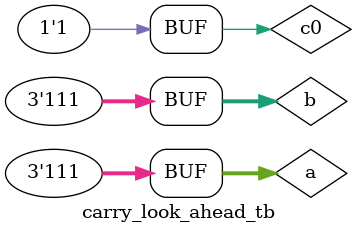
<source format=v>
module carry_look_ahead(input [2:0]a, input [2:0]b,
input c0, output [2:0]s, output cout);
wire p0,p1,p2; //a xor b
wire g0,g1,g2; //a and b
wire c1,c2;

xor(p0,a[0],b[0]);
and(g0,a[0],b[0]);
xor(p1,a[1],b[1]);
and(g1,a[1],b[1]);
xor(p2,a[2],b[2]);
and(g2,a[2],b[2]);

//1st full adder
xor(s[0],p0,c0);
assign c1=g0|c0&p0;

//2nd full adder
xor(s[1],p1,c1);
assign c2=g1|p1&c0|p1&p0&c0;

//3rd full adder
xor(s[2],p2,c2);
assign cout=g2|p2&g1|p2&p1&g0|p2&p1&p0&c0;
endmodule

module carry_look_ahead_tb();
reg [2:0]a;
 reg [2:0]b;
 reg c0;
wire [2:0]s;
wire cout;

carry_look_ahead u1(.a(a), .b(b), .c0(c0), .s(s), .cout(cout));

initial begin
	$dumpfile("carry_adder.vcd");
	$dumpvars(-1,u1);
end

initial begin
a=3'b000;b=3'b000;c0=1'b0;#10;
a=3'b000;b=3'b000;c0=1'b1;#10;
a=3'b001;b=3'b000;c0=1'b0;#10;
a=3'b000;b=3'b001;c0=1'b1;#10;
a=3'b101;b=3'b101;c0=1'b0;#10;
a=3'b101;b=3'b101;c0=1'b1;#10;
a=3'b111;b=3'b000;c0=1'b0;#10;
a=3'b000;b=3'b111;c0=1'b1;#10;
a=3'b111;b=3'b111;c0=1'b0;#10;
a=3'b111;b=3'b111;c0=1'b1;#10;
end
endmodule
</source>
